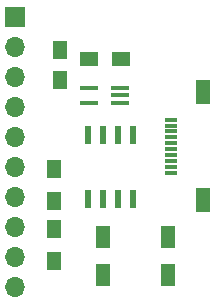
<source format=gts>
G04 #@! TF.FileFunction,Soldermask,Top*
%FSLAX46Y46*%
G04 Gerber Fmt 4.6, Leading zero omitted, Abs format (unit mm)*
G04 Created by KiCad (PCBNEW 4.0.5) date 03/13/17 18:48:00*
%MOMM*%
%LPD*%
G01*
G04 APERTURE LIST*
%ADD10C,0.100000*%
%ADD11R,0.600000X1.550000*%
%ADD12R,1.000000X0.300000*%
%ADD13R,1.300000X2.000000*%
%ADD14R,1.250000X1.500000*%
%ADD15R,1.500000X1.300000*%
%ADD16R,1.500000X0.400000*%
%ADD17R,1.300000X1.500000*%
%ADD18R,1.700000X1.700000*%
%ADD19O,1.700000X1.700000*%
%ADD20R,1.300000X1.900000*%
G04 APERTURE END LIST*
D10*
D11*
X158623000Y-88806000D03*
X159893000Y-88806000D03*
X161163000Y-88806000D03*
X162433000Y-88806000D03*
X162433000Y-83406000D03*
X161163000Y-83406000D03*
X159893000Y-83406000D03*
X158623000Y-83406000D03*
D12*
X165616000Y-84578000D03*
X165616000Y-85078000D03*
X165616000Y-85578000D03*
X165616000Y-86078000D03*
X165616000Y-86578000D03*
X165616000Y-84078000D03*
X165616000Y-83578000D03*
X165616000Y-83078000D03*
X165616000Y-82578000D03*
X165616000Y-82078000D03*
D13*
X168316000Y-88878000D03*
X168316000Y-79778000D03*
D14*
X156210000Y-78720000D03*
X156210000Y-76220000D03*
D15*
X158670000Y-76962000D03*
X161370000Y-76962000D03*
D16*
X161350000Y-80660000D03*
X161350000Y-80010000D03*
X161350000Y-79360000D03*
X158690000Y-79360000D03*
X158690000Y-80660000D03*
D17*
X155702000Y-86280000D03*
X155702000Y-88980000D03*
X155702000Y-94060000D03*
X155702000Y-91360000D03*
D18*
X152433333Y-73365000D03*
D19*
X152433333Y-75905000D03*
X152433333Y-78445000D03*
X152433333Y-80985000D03*
X152433333Y-83525000D03*
X152433333Y-86065000D03*
X152433333Y-88605000D03*
X152433333Y-91145000D03*
X152433333Y-93685000D03*
X152433333Y-96225000D03*
D20*
X159860000Y-92014000D03*
X165360000Y-92014000D03*
X165360000Y-95214000D03*
X159860000Y-95214000D03*
M02*

</source>
